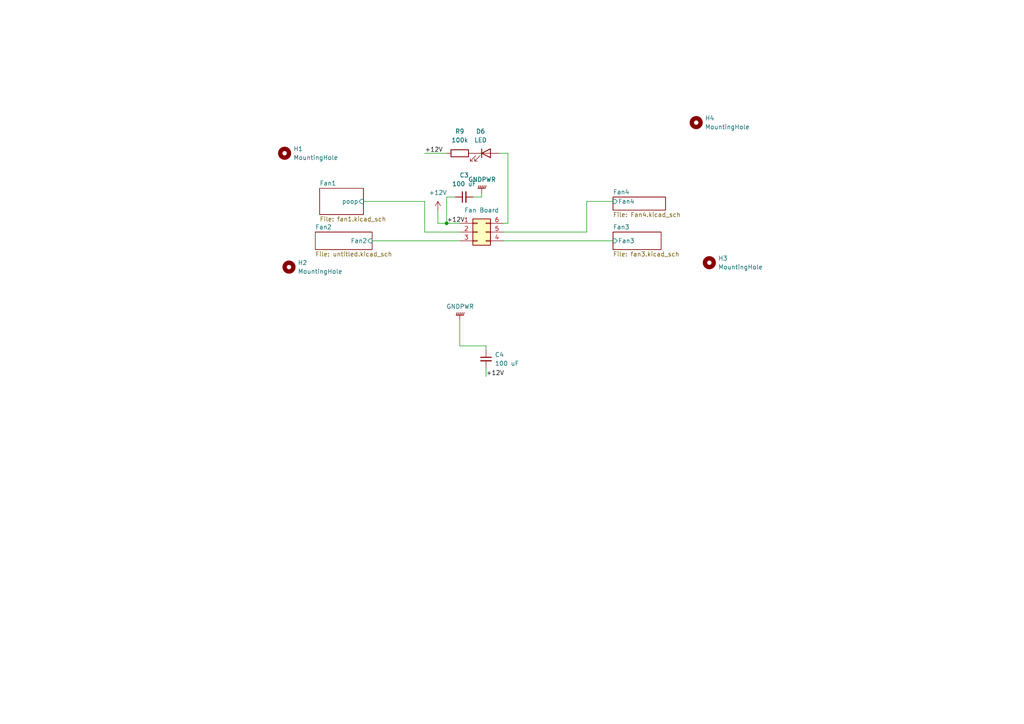
<source format=kicad_sch>
(kicad_sch (version 20231120) (generator "eeschema") (generator_version "8.0")
  (paper "A4")
  (lib_symbols
    (symbol "Connector_Generic:Conn_02x03_Counter_Clockwise" (pin_names (offset 1.016) hide)
      (property "Reference" "J" (at 1.27 5.08 0))
      (property "Value" "Conn_02x03_Counter_Clockwise" (at 1.27 -5.08 0))
      (symbol "Conn_02x03_Counter_Clockwise_1_1"
        (rectangle (start -1.27 -2.413) (end 0 -2.667) (stroke (width 0.1524)))
        (rectangle (start -1.27 0.127) (end 0 -0.127) (stroke (width 0.1524)))
        (rectangle (start -1.27 2.667) (end 0 2.413) (stroke (width 0.1524)))
        (rectangle (start -1.27 3.81) (end 3.81 -3.81) (stroke (width 0.254)) (fill (type background)))
        (rectangle (start 3.81 -2.413) (end 2.54 -2.667) (stroke (width 0.1524)))
        (rectangle (start 3.81 0.127) (end 2.54 -0.127) (stroke (width 0.1524)))
        (rectangle (start 3.81 2.667) (end 2.54 2.413) (stroke (width 0.1524)))
        (pin passive line (at -5.08 2.54 0) (length 3.81) (name "Pin_1") (number "1"))
        (pin passive line (at -5.08 0 0) (length 3.81) (name "Pin_2") (number "2"))
        (pin passive line (at -5.08 -2.54 0) (length 3.81) (name "Pin_3") (number "3"))
        (pin passive line (at 7.62 -2.54 180) (length 3.81) (name "Pin_4") (number "4"))
        (pin passive line (at 7.62 0 180) (length 3.81) (name "Pin_5") (number "5"))
        (pin passive line (at 7.62 2.54 180) (length 3.81) (name "Pin_6") (number "6"))
      )
    )
    (symbol "Device:C_Small" (pin_numbers hide) (pin_names (offset 0.254) hide)
      (property "Reference" "C" (at 0.254 1.778 0))
      (property "Value" "C_Small" (at 0.254 -2.032 0))
      (symbol "C_Small_0_1"
        (polyline (pts (xy -1.524 -0.508) (xy 1.524 -0.508)) (stroke (width 0.3302)))
        (polyline (pts (xy -1.524 0.508) (xy 1.524 0.508)) (stroke (width 0.3048)))
      )
      (symbol "C_Small_1_1"
        (pin passive line (at 0 2.54 270) (length 2.032) (name "~") (number "1"))
        (pin passive line (at 0 -2.54 90) (length 2.032) (name "~") (number "2"))
      )
    )
    (symbol "Device:LED" (pin_numbers hide) (pin_names (offset 1.016) hide)
      (property "Reference" "D" (at 0 2.54 0))
      (property "Value" "LED" (at 0 -2.54 0))
      (symbol "LED_0_1"
        (polyline (pts (xy -1.27 -1.27) (xy -1.27 1.27)) (stroke (width 0.254)))
        (polyline (pts (xy -1.27 0) (xy 1.27 0)))
        (polyline (pts (xy 1.27 -1.27) (xy 1.27 1.27) (xy -1.27 0) (xy 1.27 -1.27)) (stroke (width 0.254)))
        (polyline (pts (xy -3.048 -0.762) (xy -4.572 -2.286) (xy -3.81 -2.286) (xy -4.572 -2.286) (xy -4.572 -1.524)))
        (polyline (pts (xy -1.778 -0.762) (xy -3.302 -2.286) (xy -2.54 -2.286) (xy -3.302 -2.286) (xy -3.302 -1.524)))
      )
      (symbol "LED_1_1"
        (pin passive line (at -3.81 0 0) (length 2.54) (name "K") (number "1"))
        (pin passive line (at 3.81 0 180) (length 2.54) (name "A") (number "2"))
      )
    )
    (symbol "Device:R" (pin_numbers hide) (pin_names (offset 0))
      (property "Reference" "R" (at 2.032 0 90))
      (property "Value" "R" (at 0 0 90))
      (symbol "R_0_1"
        (rectangle (start -1.016 -2.54) (end 1.016 2.54) (stroke (width 0.254)))
      )
      (symbol "R_1_1"
        (pin passive line (at 0 3.81 270) (length 1.27) (name "~") (number "1"))
        (pin passive line (at 0 -3.81 90) (length 1.27) (name "~") (number "2"))
      )
    )
    (symbol "Mechanical:MountingHole" (pin_names (offset 1.016)) (exclude_from_sim yes) (in_bom no)
      (property "Reference" "H" (at 0 5.08 0))
      (property "Value" "MountingHole" (at 0 3.175 0))
      (symbol "MountingHole_0_1"
        (circle (center 0 0) (radius 1.27) (stroke (width 1.27)))
      )
    )
    (symbol "power:+12V" (power) (pin_numbers hide) (pin_names (offset 0) hide)
      (property "Value" "+12V" (at 0 3.556 0))
      (symbol "+12V_0_1"
        (polyline (pts (xy -0.762 1.27) (xy 0 2.54)))
        (polyline (pts (xy 0 0) (xy 0 2.54)))
        (polyline (pts (xy 0 2.54) (xy 0.762 1.27)))
      )
      (symbol "+12V_1_1"
        (pin power_in line (at 0 0 90) (length 0) (name "~") (number "1"))
      )
    )
    (symbol "power:GNDPWR" (power) (pin_numbers hide) (pin_names (offset 0) hide)
      (property "Value" "GNDPWR" (at 0 -3.302 0))
      (symbol "GNDPWR_0_1"
        (polyline (pts (xy 0 -1.27) (xy 0 0)))
        (polyline (pts (xy -1.016 -1.27) (xy -1.27 -2.032) (xy -1.27 -2.032)) (stroke (width 0.2032)))
        (polyline (pts (xy -0.508 -1.27) (xy -0.762 -2.032) (xy -0.762 -2.032)) (stroke (width 0.2032)))
        (polyline (pts (xy 0 -1.27) (xy -0.254 -2.032) (xy -0.254 -2.032)) (stroke (width 0.2032)))
        (polyline (pts (xy 0.508 -1.27) (xy 0.254 -2.032) (xy 0.254 -2.032)) (stroke (width 0.2032)))
        (polyline (pts (xy 1.016 -1.27) (xy -1.016 -1.27) (xy -1.016 -1.27)) (stroke (width 0.2032)))
        (polyline (pts (xy 1.016 -1.27) (xy 0.762 -2.032) (xy 0.762 -2.032) (xy 0.762 -2.032)) (stroke (width 0.2032)))
      )
      (symbol "GNDPWR_1_1"
        (pin power_in line (at 0 0 270) (length 0) (name "~") (number "1"))
      )
    )
  )
  (junction (at 129.54 64.77))
  (wire (pts (xy 170.18 58.42) (xy 170.18 67.31)))
  (wire (pts (xy 123.19 58.42) (xy 123.19 67.31)))
  (wire (pts (xy 133.35 92.71) (xy 133.35 100.33)))
  (wire (pts (xy 147.32 44.45) (xy 147.32 64.77)))
  (wire (pts (xy 140.97 100.33) (xy 140.97 101.6)))
  (wire (pts (xy 137.16 57.15) (xy 139.7 57.15)))
  (wire (pts (xy 127 60.96) (xy 127 64.77)))
  (wire (pts (xy 129.54 64.77) (xy 129.54 57.15)))
  (wire (pts (xy 170.18 67.31) (xy 146.05 67.31)))
  (wire (pts (xy 107.95 69.85) (xy 133.35 69.85)))
  (wire (pts (xy 140.97 109.22) (xy 140.97 106.68)))
  (wire (pts (xy 127 64.77) (xy 129.54 64.77)))
  (wire (pts (xy 129.54 57.15) (xy 132.08 57.15)))
  (wire (pts (xy 123.19 67.31) (xy 133.35 67.31)))
  (wire (pts (xy 129.54 64.77) (xy 133.35 64.77)))
  (wire (pts (xy 146.05 64.77) (xy 147.32 64.77)))
  (wire (pts (xy 105.41 58.42) (xy 123.19 58.42)))
  (wire (pts (xy 177.8 58.42) (xy 170.18 58.42)))
  (wire (pts (xy 129.54 44.45) (xy 123.19 44.45)))
  (wire (pts (xy 133.35 100.33) (xy 140.97 100.33)))
  (wire (pts (xy 146.05 69.85) (xy 177.8 69.85)))
  (wire (pts (xy 139.7 55.88) (xy 139.7 57.15)))
  (wire (pts (xy 144.78 44.45) (xy 147.32 44.45)))
  (label "+12V" (at 129.54 64.77 0))
  (label "+12V" (at 123.19 44.45 0))
  (label "+12V" (at 140.97 109.22 0))
  (symbol (lib_id "power:+12V") (at 127 60.96 0) (unit 1)
    (property "Reference" "#PWR01" (effects (hide yes)))
    (property "Value" "+12V" (at 127 55.88 0))
    (property "Description" "Power symbol creates a global label with name \"+12V\"" (effects (hide yes)))
  )
  (symbol (lib_id "power:GNDPWR") (at 133.35 92.71 180) (unit 1)
    (property "Reference" "#PWR010" (effects (hide yes)))
    (property "Value" "GNDPWR" (at 133.477 88.9 0))
    (property "Description" "Power symbol creates a global label with name \"GNDPWR\" , global ground" (effects (hide yes)))
  )
  (symbol (lib_id "Device:R") (at 133.35 44.45 90) (unit 1)
    (property "Reference" "R9" (at 133.35 38.1 90))
    (property "Value" "100k" (at 133.35 40.64 90))
    (property "Footprint" "Resistor_SMD:R_0805_2012Metric" (effects (hide yes)))
    (property "Description" "Resistor" (effects (hide yes)))
  )
  (symbol (lib_id "Mechanical:MountingHole") (at 82.55 44.45 0) (unit 1) (exclude_from_sim yes) (in_bom no)
    (property "Reference" "H1" (at 85.09 43.1799 0) (effects (justify left)))
    (property "Value" "MountingHole" (at 85.09 45.7199 0) (effects (justify left)))
    (property "Footprint" "MountingHole:MountingHole_3mm" (effects (hide yes)))
    (property "Description" "Mounting Hole without connection" (effects (hide yes)))
  )
  (symbol (lib_id "Device:C_Small") (at 140.97 104.14 0) (unit 1)
    (property "Reference" "C4" (at 143.51 102.8762 0) (effects (justify left)))
    (property "Value" "100 uF" (at 143.51 105.4162 0) (effects (justify left)))
    (property "Footprint" "Capacitor_SMD:C_0805_2012Metric" (effects (hide yes)))
    (property "Description" "Unpolarized capacitor, small symbol" (effects (hide yes)))
  )
  (symbol (lib_id "power:GNDPWR") (at 139.7 55.88 180) (unit 1)
    (property "Reference" "#PWR04" (effects (hide yes)))
    (property "Value" "GNDPWR" (at 139.827 52.07 0))
    (property "Description" "Power symbol creates a global label with name \"GNDPWR\" , global ground" (effects (hide yes)))
  )
  (symbol (lib_id "Mechanical:MountingHole") (at 201.93 35.56 0) (unit 1) (exclude_from_sim yes) (in_bom no)
    (property "Reference" "H4" (at 204.47 34.2899 0) (effects (justify left)))
    (property "Value" "MountingHole" (at 204.47 36.8299 0) (effects (justify left)))
    (property "Footprint" "MountingHole:MountingHole_3mm" (effects (hide yes)))
    (property "Description" "Mounting Hole without connection" (effects (hide yes)))
  )
  (symbol (lib_id "Connector_Generic:Conn_02x03_Counter_Clockwise") (at 138.43 67.31 0) (unit 1)
    (property "Reference" "J5" (effects (hide yes)))
    (property "Value" "Fan Board" (at 139.7 60.96 0))
    (property "Footprint" "Connector_Molex:Molex_Micro-Fit_3.0_43045-0612_2x03_P3.00mm_Vertical" (effects (hide yes)))
    (property "Description" "Generic connector, double row, 02x03, counter clockwise pin numbering scheme (similar to DIP package numbering), script generated (kicad-library-utils/schlib/autogen/connector/)" (effects (hide yes)))
  )
  (symbol (lib_id "Device:LED") (at 140.97 44.45 0) (unit 1)
    (property "Reference" "D6" (at 139.3825 38.1 0))
    (property "Value" "LED" (at 139.3825 40.64 0))
    (property "Footprint" "LED_SMD:LED_0805_2012Metric" (effects (hide yes)))
    (property "Description" "Light emitting diode" (effects (hide yes)))
  )
  (symbol (lib_id "Mechanical:MountingHole") (at 205.74 76.2 0) (unit 1) (exclude_from_sim yes) (in_bom no)
    (property "Reference" "H3" (at 208.28 74.9299 0) (effects (justify left)))
    (property "Value" "MountingHole" (at 208.28 77.4699 0) (effects (justify left)))
    (property "Footprint" "MountingHole:MountingHole_3mm" (effects (hide yes)))
    (property "Description" "Mounting Hole without connection" (effects (hide yes)))
  )
  (symbol (lib_id "Mechanical:MountingHole") (at 83.82 77.47 0) (unit 1) (exclude_from_sim yes) (in_bom no)
    (property "Reference" "H2" (at 86.36 76.1999 0) (effects (justify left)))
    (property "Value" "MountingHole" (at 86.36 78.7399 0) (effects (justify left)))
    (property "Footprint" "MountingHole:MountingHole_3mm" (effects (hide yes)))
    (property "Description" "Mounting Hole without connection" (effects (hide yes)))
  )
  (symbol (lib_id "Device:C_Small") (at 134.62 57.15 90) (unit 1)
    (property "Reference" "C3" (at 134.6263 50.8 90))
    (property "Value" "100 uF" (at 134.6263 53.34 90))
    (property "Footprint" "Capacitor_SMD:C_0805_2012Metric" (effects (hide yes)))
    (property "Description" "Unpolarized capacitor, small symbol" (effects (hide yes)))
  )
  (sheet (at 177.8 67.31) (size 13.97 5.08) (stroke (width 0.1524))
    (property "Sheetname" "Fan3" (at 177.8 66.5984 0) (effects (justify left bottom)))
    (property "Sheetfile" "fan3.kicad_sch" (at 177.8 72.9746 0) (effects (justify left top)))
    (pin "Fan3" input (at 177.8 69.85 180))
  )
  (sheet (at 177.8 57.15) (size 15.24 3.81) (stroke (width 0.1524))
    (property "Sheetname" "Fan4" (at 177.8 56.4384 0) (effects (justify left bottom)))
    (property "Sheetfile" "Fan4.kicad_sch" (at 177.8 61.5446 0) (effects (justify left top)))
    (pin "Fan4" input (at 177.8 58.42 180))
  )
  (sheet (at 92.71 54.61) (size 12.7 7.62) (stroke (width 0.1524))
    (property "Sheetname" "Fan1" (at 92.71 53.8984 0) (effects (justify left bottom)))
    (property "Sheetfile" "fan1.kicad_sch" (at 92.71 62.8146 0) (effects (justify left top)))
    (pin "poop" input (at 105.41 58.42 0))
  )
  (sheet (at 91.44 67.31) (size 16.51 5.08) (stroke (width 0.1524))
    (property "Sheetname" "Fan2" (at 91.44 66.5984 0) (effects (justify left bottom)))
    (property "Sheetfile" "untitled.kicad_sch" (at 91.44 72.9746 0) (effects (justify left top)))
    (pin "Fan2" input (at 107.95 69.85 0))
  )
)
</source>
